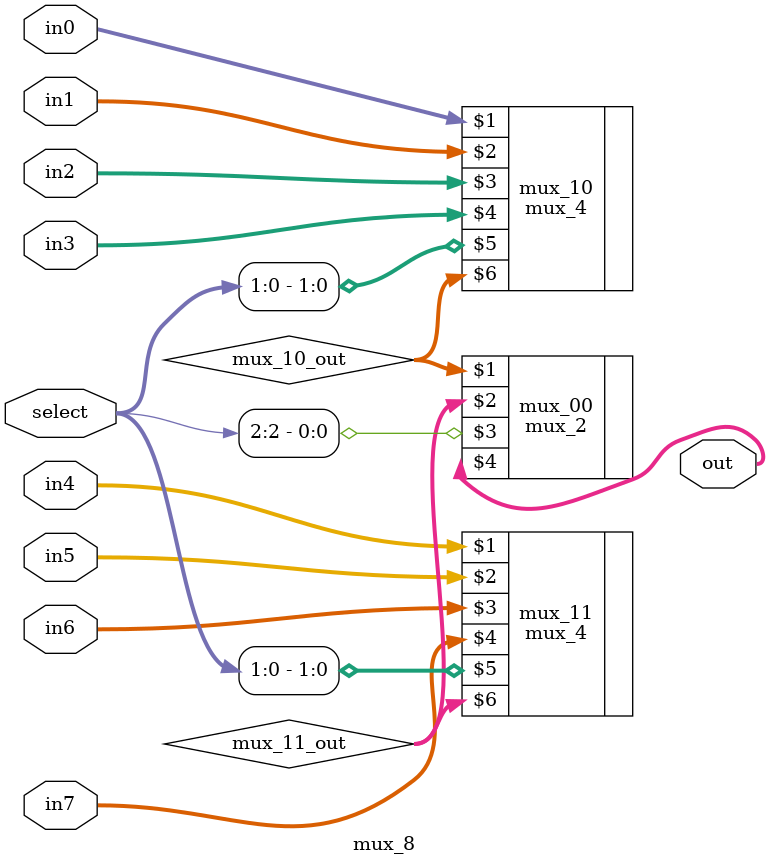
<source format=v>
module mux_8(in0, in1, in2, in3, in4, in5, in6, in7, select, out);

input [31:0] in0, in1, in2, in3, in4, in5, in6, in7;
input [2:0] select;
output [31:0] out;

wire [31:0] mux_10_out, mux_11_out;

mux_4 mux_10(in0, in1, in2, in3, select[1:0], mux_10_out);
mux_4 mux_11(in4, in5, in6, in7, select[1:0], mux_11_out);
mux_2 mux_00(mux_10_out, mux_11_out, select[2], out);

endmodule

</source>
